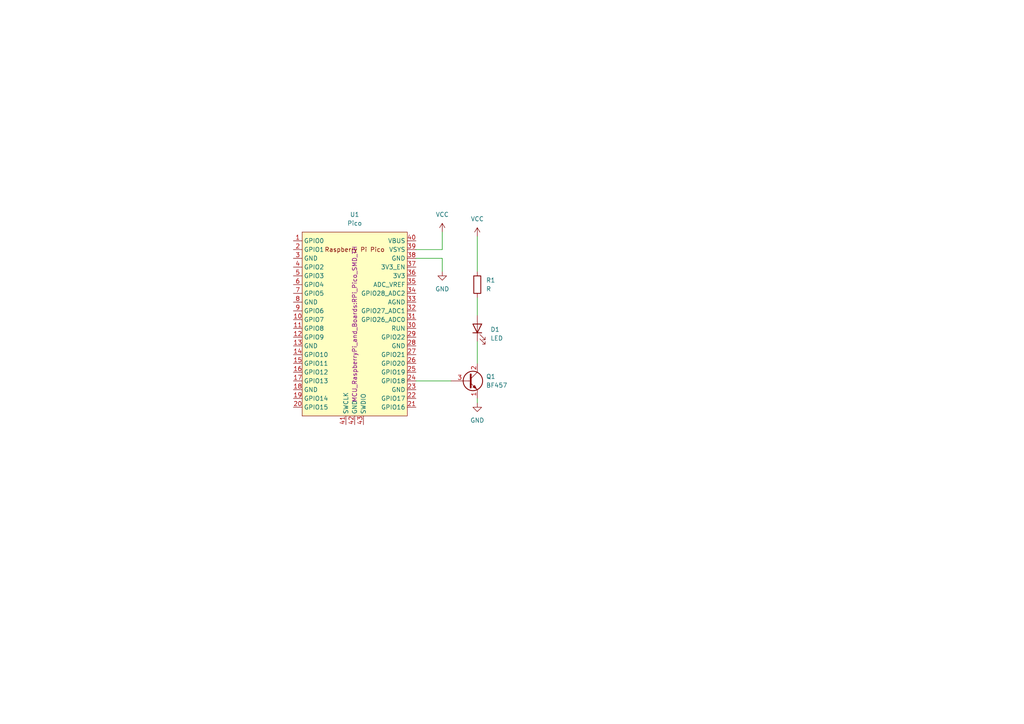
<source format=kicad_sch>
(kicad_sch (version 20231120) (generator "eeschema") (generator_version "8.0")
  (paper "A4")
  (lib_symbols
    (symbol "Device:LED" (pin_numbers hide) (pin_names (offset 1.016) hide)
      (property "Reference" "D" (at 0 2.54 0))
      (property "Value" "LED" (at 0 -2.54 0))
      (symbol "LED_0_1"
        (polyline (pts (xy -1.27 -1.27) (xy -1.27 1.27)) (stroke (width 0.254)))
        (polyline (pts (xy -1.27 0) (xy 1.27 0)))
        (polyline (pts (xy 1.27 -1.27) (xy 1.27 1.27) (xy -1.27 0) (xy 1.27 -1.27)) (stroke (width 0.254)))
        (polyline (pts (xy -3.048 -0.762) (xy -4.572 -2.286) (xy -3.81 -2.286) (xy -4.572 -2.286) (xy -4.572 -1.524)))
        (polyline (pts (xy -1.778 -0.762) (xy -3.302 -2.286) (xy -2.54 -2.286) (xy -3.302 -2.286) (xy -3.302 -1.524)))
      )
      (symbol "LED_1_1"
        (pin passive line (at -3.81 0 0) (length 2.54) (name "K") (number "1"))
        (pin passive line (at 3.81 0 180) (length 2.54) (name "A") (number "2"))
      )
    )
    (symbol "Device:R" (pin_numbers hide) (pin_names (offset 0))
      (property "Reference" "R" (at 2.032 0 90))
      (property "Value" "R" (at 0 0 90))
      (symbol "R_0_1"
        (rectangle (start -1.016 -2.54) (end 1.016 2.54) (stroke (width 0.254)))
      )
      (symbol "R_1_1"
        (pin passive line (at 0 3.81 270) (length 1.27) (name "~") (number "1"))
        (pin passive line (at 0 -3.81 90) (length 1.27) (name "~") (number "2"))
      )
    )
    (symbol "MCU_RaspberryPi_and_Boards:Pico"
      (property "Reference" "U" (at -13.97 27.94 0))
      (property "Value" "Pico" (at 0 19.05 0))
      (symbol "Pico_0_0"
        (text "Raspberry Pi Pico" (at 0 21.59 0) (effects (font (size 1.27 1.27))))
      )
      (symbol "Pico_0_1"
        (rectangle (start -15.24 26.67) (end 15.24 -26.67) (fill (type background)))
      )
      (symbol "Pico_1_1"
        (pin bidirectional line (at -17.78 24.13 0) (length 2.54) (name "GPIO0") (number "1"))
        (pin bidirectional line (at -17.78 1.27 0) (length 2.54) (name "GPIO7") (number "10"))
        (pin bidirectional line (at -17.78 -1.27 0) (length 2.54) (name "GPIO8") (number "11"))
        (pin bidirectional line (at -17.78 -3.81 0) (length 2.54) (name "GPIO9") (number "12"))
        (pin power_in line (at -17.78 -6.35 0) (length 2.54) (name "GND") (number "13"))
        (pin bidirectional line (at -17.78 -8.89 0) (length 2.54) (name "GPIO10") (number "14"))
        (pin bidirectional line (at -17.78 -11.43 0) (length 2.54) (name "GPIO11") (number "15"))
        (pin bidirectional line (at -17.78 -13.97 0) (length 2.54) (name "GPIO12") (number "16"))
        (pin bidirectional line (at -17.78 -16.51 0) (length 2.54) (name "GPIO13") (number "17"))
        (pin power_in line (at -17.78 -19.05 0) (length 2.54) (name "GND") (number "18"))
        (pin bidirectional line (at -17.78 -21.59 0) (length 2.54) (name "GPIO14") (number "19"))
        (pin bidirectional line (at -17.78 21.59 0) (length 2.54) (name "GPIO1") (number "2"))
        (pin bidirectional line (at -17.78 -24.13 0) (length 2.54) (name "GPIO15") (number "20"))
        (pin bidirectional line (at 17.78 -24.13 180) (length 2.54) (name "GPIO16") (number "21"))
        (pin bidirectional line (at 17.78 -21.59 180) (length 2.54) (name "GPIO17") (number "22"))
        (pin power_in line (at 17.78 -19.05 180) (length 2.54) (name "GND") (number "23"))
        (pin bidirectional line (at 17.78 -16.51 180) (length 2.54) (name "GPIO18") (number "24"))
        (pin bidirectional line (at 17.78 -13.97 180) (length 2.54) (name "GPIO19") (number "25"))
        (pin bidirectional line (at 17.78 -11.43 180) (length 2.54) (name "GPIO20") (number "26"))
        (pin bidirectional line (at 17.78 -8.89 180) (length 2.54) (name "GPIO21") (number "27"))
        (pin power_in line (at 17.78 -6.35 180) (length 2.54) (name "GND") (number "28"))
        (pin bidirectional line (at 17.78 -3.81 180) (length 2.54) (name "GPIO22") (number "29"))
        (pin power_in line (at -17.78 19.05 0) (length 2.54) (name "GND") (number "3"))
        (pin input line (at 17.78 -1.27 180) (length 2.54) (name "RUN") (number "30"))
        (pin bidirectional line (at 17.78 1.27 180) (length 2.54) (name "GPIO26_ADC0") (number "31"))
        (pin bidirectional line (at 17.78 3.81 180) (length 2.54) (name "GPIO27_ADC1") (number "32"))
        (pin power_in line (at 17.78 6.35 180) (length 2.54) (name "AGND") (number "33"))
        (pin bidirectional line (at 17.78 8.89 180) (length 2.54) (name "GPIO28_ADC2") (number "34"))
        (pin power_in line (at 17.78 11.43 180) (length 2.54) (name "ADC_VREF") (number "35"))
        (pin power_in line (at 17.78 13.97 180) (length 2.54) (name "3V3") (number "36"))
        (pin input line (at 17.78 16.51 180) (length 2.54) (name "3V3_EN") (number "37"))
        (pin bidirectional line (at 17.78 19.05 180) (length 2.54) (name "GND") (number "38"))
        (pin power_in line (at 17.78 21.59 180) (length 2.54) (name "VSYS") (number "39"))
        (pin bidirectional line (at -17.78 16.51 0) (length 2.54) (name "GPIO2") (number "4"))
        (pin power_in line (at 17.78 24.13 180) (length 2.54) (name "VBUS") (number "40"))
        (pin input line (at -2.54 -29.21 90) (length 2.54) (name "SWCLK") (number "41"))
        (pin power_in line (at 0 -29.21 90) (length 2.54) (name "GND") (number "42"))
        (pin bidirectional line (at 2.54 -29.21 90) (length 2.54) (name "SWDIO") (number "43"))
        (pin bidirectional line (at -17.78 13.97 0) (length 2.54) (name "GPIO3") (number "5"))
        (pin bidirectional line (at -17.78 11.43 0) (length 2.54) (name "GPIO4") (number "6"))
        (pin bidirectional line (at -17.78 8.89 0) (length 2.54) (name "GPIO5") (number "7"))
        (pin power_in line (at -17.78 6.35 0) (length 2.54) (name "GND") (number "8"))
        (pin bidirectional line (at -17.78 3.81 0) (length 2.54) (name "GPIO6") (number "9"))
      )
    )
    (symbol "Transistor_BJT:BF457" (pin_names (offset 0) hide)
      (property "Reference" "Q" (at 5.08 1.905 0))
      (property "Value" "BF457" (at 5.08 0 0))
      (symbol "BF457_0_1"
        (polyline (pts (xy 0 0) (xy 0.635 0)))
        (polyline (pts (xy 0.635 0.635) (xy 2.54 2.54)))
        (polyline (pts (xy 0.635 -0.635) (xy 2.54 -2.54) (xy 2.54 -2.54)))
        (polyline (pts (xy 0.635 1.905) (xy 0.635 -1.905) (xy 0.635 -1.905)) (stroke (width 0.508)))
        (polyline (pts (xy 1.27 -1.778) (xy 1.778 -1.27) (xy 2.286 -2.286) (xy 1.27 -1.778) (xy 1.27 -1.778)) (fill (type outline)))
        (circle (center 1.27 0) (radius 2.8194) (stroke (width 0.254)))
      )
      (symbol "BF457_1_1"
        (pin passive line (at 2.54 -5.08 90) (length 2.54) (name "E") (number "1"))
        (pin passive line (at 2.54 5.08 270) (length 2.54) (name "C") (number "2"))
        (pin input line (at -5.08 0 0) (length 5.08) (name "B") (number "3"))
      )
    )
    (symbol "power:GND" (power) (pin_numbers hide) (pin_names (offset 0) hide)
      (property "Value" "GND" (at 0 -3.81 0))
      (symbol "GND_0_1"
        (polyline (pts (xy 0 0) (xy 0 -1.27) (xy 1.27 -1.27) (xy 0 -2.54) (xy -1.27 -1.27) (xy 0 -1.27)))
      )
      (symbol "GND_1_1"
        (pin power_in line (at 0 0 270) (length 0) (name "~") (number "1"))
      )
    )
    (symbol "power:VCC" (power) (pin_numbers hide) (pin_names (offset 0) hide)
      (property "Value" "VCC" (at 0 3.556 0))
      (symbol "VCC_0_1"
        (polyline (pts (xy -0.762 1.27) (xy 0 2.54)))
        (polyline (pts (xy 0 0) (xy 0 2.54)))
        (polyline (pts (xy 0 2.54) (xy 0.762 1.27)))
      )
      (symbol "VCC_1_1"
        (pin power_in line (at 0 0 90) (length 0) (name "~") (number "1"))
      )
    )
  )
  (wire (pts (xy 138.43 115.57) (xy 138.43 116.84)))
  (wire (pts (xy 138.43 99.06) (xy 138.43 105.41)))
  (wire (pts (xy 128.27 74.93) (xy 128.27 78.74)))
  (wire (pts (xy 128.27 72.39) (xy 128.27 67.31)))
  (wire (pts (xy 138.43 86.36) (xy 138.43 91.44)))
  (wire (pts (xy 138.43 68.58) (xy 138.43 78.74)))
  (wire (pts (xy 120.65 72.39) (xy 128.27 72.39)))
  (wire (pts (xy 120.65 110.49) (xy 130.81 110.49)))
  (wire (pts (xy 120.65 74.93) (xy 128.27 74.93)))
  (symbol (lib_id "Transistor_BJT:BF457") (at 135.89 110.49 0) (unit 1)
    (property "Reference" "Q1" (at 140.97 109.2199 0) (effects (justify left)))
    (property "Value" "BF457" (at 140.97 111.7599 0) (effects (justify left)))
    (property "Footprint" "Package_TO_SOT_THT:TO-126-3_Vertical" (effects (hide yes)))
    (property "Datasheet" "https://www.pcpaudio.com/pcpfiles/transistores/BF457-8-9.pdf" (effects (hide yes)))
    (property "Description" "0.1A Ic, 160V Vce, High Voltage NPN Transistor, TO-126" (effects (hide yes)))
  )
  (symbol (lib_id "power:GND") (at 138.43 116.84 0) (unit 1)
    (property "Reference" "#PWR02" (effects (hide yes)))
    (property "Value" "GND" (at 138.43 121.92 0))
    (property "Description" "Power symbol creates a global label with name \"GND\" , ground" (effects (hide yes)))
  )
  (symbol (lib_id "power:GND") (at 128.27 78.74 0) (unit 1)
    (property "Reference" "#PWR03" (effects (hide yes)))
    (property "Value" "GND" (at 128.27 83.82 0))
    (property "Description" "Power symbol creates a global label with name \"GND\" , ground" (effects (hide yes)))
  )
  (symbol (lib_id "power:VCC") (at 128.27 67.31 0) (unit 1)
    (property "Reference" "#PWR04" (effects (hide yes)))
    (property "Value" "VCC" (at 128.27 62.23 0))
    (property "Description" "Power symbol creates a global label with name \"VCC\"" (effects (hide yes)))
  )
  (symbol (lib_id "MCU_RaspberryPi_and_Boards:Pico") (at 102.87 93.98 0) (unit 1)
    (property "Reference" "U1" (at 102.87 62.23 0))
    (property "Value" "Pico" (at 102.87 64.77 0))
    (property "Footprint" "MCU_RaspberryPi_and_Boards:RPi_Pico_SMD_TH" (at 102.87 93.98 90))
  )
  (symbol (lib_id "Device:LED") (at 138.43 95.25 90) (unit 1)
    (property "Reference" "D1" (at 142.24 95.5674 90) (effects (justify right)))
    (property "Value" "LED" (at 142.24 98.1074 90) (effects (justify right)))
    (property "Footprint" "LED_THT:LED_D1.8mm_W1.8mm_H2.4mm_Horizontal_O6.35mm_Z8.2mm" (effects (hide yes)))
    (property "Description" "Light emitting diode" (effects (hide yes)))
  )
  (symbol (lib_id "power:VCC") (at 138.43 68.58 0) (unit 1)
    (property "Reference" "#PWR01" (effects (hide yes)))
    (property "Value" "VCC" (at 138.43 63.5 0))
    (property "Description" "Power symbol creates a global label with name \"VCC\"" (effects (hide yes)))
  )
  (symbol (lib_id "Device:R") (at 138.43 82.55 180) (unit 1)
    (property "Reference" "R1" (at 140.97 81.2799 0) (effects (justify right)))
    (property "Value" "R" (at 140.97 83.8199 0) (effects (justify right)))
    (property "Footprint" "Resistor_THT:R_Axial_DIN0204_L3.6mm_D1.6mm_P1.90mm_Vertical" (effects (hide yes)))
    (property "Description" "Resistor" (effects (hide yes)))
  )
)
</source>
